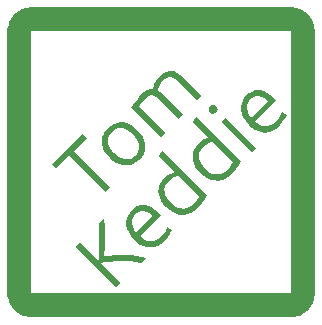
<source format=gtl>
G04 #@! TF.GenerationSoftware,KiCad,Pcbnew,9.0.2-9.0.2-0~ubuntu24.04.1*
G04 #@! TF.CreationDate,2025-07-24T13:16:32-07:00*
G04 #@! TF.ProjectId,2025-mini-keychain,32303235-2d6d-4696-9e69-2d6b65796368,rev?*
G04 #@! TF.SameCoordinates,Original*
G04 #@! TF.FileFunction,Copper,L1,Top*
G04 #@! TF.FilePolarity,Positive*
%FSLAX46Y46*%
G04 Gerber Fmt 4.6, Leading zero omitted, Abs format (unit mm)*
G04 Created by KiCad (PCBNEW 9.0.2-9.0.2-0~ubuntu24.04.1) date 2025-07-24 13:16:32*
%MOMM*%
%LPD*%
G01*
G04 APERTURE LIST*
G04 #@! TA.AperFunction,NonConductor*
%ADD10C,2.000000*%
G04 #@! TD*
%ADD11C,0.150000*%
G04 APERTURE END LIST*
D10*
X52000000Y-75250000D02*
G75*
G02*
X51000000Y-74250000I0J1000000D01*
G01*
X52000000Y-51000000D02*
X74000000Y-51000000D01*
X74000000Y-51000000D02*
G75*
G02*
X75000000Y-52000000I0J-1000000D01*
G01*
X75000000Y-74250000D02*
G75*
G02*
X74000000Y-75250000I-1000000J0D01*
G01*
X51000000Y-52000000D02*
G75*
G02*
X52000000Y-51000000I1000000J0D01*
G01*
X74000000Y-75250000D02*
X52000000Y-75250000D01*
X75000000Y-52000000D02*
X75000000Y-74250000D01*
X51000000Y-74250000D02*
X51000000Y-52000000D01*
D11*
G36*
X58312792Y-65621700D02*
G01*
X55214235Y-62523143D01*
X54120359Y-63617018D01*
X53788764Y-63285423D01*
X56357547Y-60716640D01*
X56689142Y-61048235D01*
X55600232Y-62137145D01*
X58698789Y-65235703D01*
X58312792Y-65621700D01*
G37*
G36*
X59828508Y-59756970D02*
G01*
X60130952Y-59829148D01*
X60417672Y-59952002D01*
X60702275Y-60134141D01*
X60987357Y-60383318D01*
X61236579Y-60668358D01*
X61419677Y-60953848D01*
X61544117Y-61242313D01*
X61617629Y-61546244D01*
X61634105Y-61839037D01*
X61595929Y-62125704D01*
X61503984Y-62399390D01*
X61355833Y-62658874D01*
X61145598Y-62907629D01*
X60903665Y-63111498D01*
X60646645Y-63257608D01*
X60371013Y-63350619D01*
X60082707Y-63390140D01*
X59789063Y-63374473D01*
X59485032Y-63301398D01*
X59196700Y-63176850D01*
X58911280Y-62993679D01*
X58626253Y-62744422D01*
X58377040Y-62459353D01*
X58194829Y-62174819D01*
X58071867Y-61888233D01*
X57999808Y-61585656D01*
X57984454Y-61300916D01*
X58481837Y-61300916D01*
X58506334Y-61508347D01*
X58574225Y-61727401D01*
X58676723Y-61934085D01*
X58820847Y-62143907D01*
X59012250Y-62358425D01*
X59226613Y-62549685D01*
X59436439Y-62693824D01*
X59643274Y-62796450D01*
X59862328Y-62864341D01*
X60069759Y-62888838D01*
X60269548Y-62873088D01*
X60461431Y-62816983D01*
X60641931Y-62719402D01*
X60814003Y-62576034D01*
X60960588Y-62400541D01*
X61059564Y-62218455D01*
X61115807Y-62026829D01*
X61131651Y-61826902D01*
X61107149Y-61619474D01*
X61039169Y-61400555D01*
X60936543Y-61193720D01*
X60792404Y-60983894D01*
X60601144Y-60769531D01*
X60386626Y-60578128D01*
X60176804Y-60434004D01*
X59970120Y-60331506D01*
X59751201Y-60263526D01*
X59543773Y-60239024D01*
X59343845Y-60254868D01*
X59152082Y-60311001D01*
X58969928Y-60409906D01*
X58794425Y-60556456D01*
X58651093Y-60728539D01*
X58553581Y-60909107D01*
X58497587Y-61101127D01*
X58481837Y-61300916D01*
X57984454Y-61300916D01*
X57983966Y-61291866D01*
X58022430Y-61002037D01*
X58114108Y-60724766D01*
X58259370Y-60466931D01*
X58462830Y-60224861D01*
X58708302Y-60018184D01*
X58967811Y-59871425D01*
X59244971Y-59779496D01*
X59534793Y-59741054D01*
X59828508Y-59756970D01*
G37*
G36*
X62951237Y-60983255D02*
G01*
X60476364Y-58508381D01*
X60778383Y-58028475D01*
X60994234Y-57740621D01*
X61317872Y-57389679D01*
X61573258Y-57171399D01*
X61810300Y-57035848D01*
X62058038Y-56963147D01*
X62302727Y-56959210D01*
X62359720Y-56699288D01*
X62421525Y-56515244D01*
X62527892Y-56288464D01*
X62670403Y-56065693D01*
X62872009Y-55835543D01*
X63152470Y-55594583D01*
X63398739Y-55453578D01*
X63619393Y-55390394D01*
X63849357Y-55384320D01*
X64076070Y-55431772D01*
X64305035Y-55536331D01*
X64631646Y-55761165D01*
X64985495Y-56078195D01*
X66420896Y-57513596D01*
X66049795Y-57884697D01*
X64718233Y-56553136D01*
X64393649Y-56253410D01*
X64136647Y-56060924D01*
X63960966Y-55968108D01*
X63800153Y-55923370D01*
X63649185Y-55919737D01*
X63502958Y-55956904D01*
X63343060Y-56044663D01*
X63164097Y-56196714D01*
X62998600Y-56384657D01*
X62886689Y-56558317D01*
X62805481Y-56734113D01*
X62760613Y-56877391D01*
X62718516Y-57087876D01*
X62885516Y-57178447D01*
X63067598Y-57303111D01*
X63421429Y-57612470D01*
X64871726Y-59062767D01*
X64500408Y-59434084D01*
X63168847Y-58102523D01*
X62844319Y-57802734D01*
X62587476Y-57610095D01*
X62411809Y-57517728D01*
X62250144Y-57473791D01*
X62097423Y-57471499D01*
X61949837Y-57510533D01*
X61785930Y-57602049D01*
X61599815Y-57760997D01*
X61352414Y-58033440D01*
X61186616Y-58253640D01*
X61100047Y-58389430D01*
X63322555Y-60611937D01*
X62951237Y-60983255D01*
G37*
G36*
X59205185Y-73729307D02*
G01*
X55775032Y-70299155D01*
X56161030Y-69913157D01*
X57725096Y-71477224D01*
X57747332Y-70692924D01*
X57757263Y-69821623D01*
X57749707Y-68997601D01*
X57725096Y-68349091D01*
X58185573Y-67888614D01*
X58205434Y-68596708D01*
X58212558Y-69450522D01*
X58207809Y-70326572D01*
X58185357Y-71105907D01*
X58556012Y-71040344D01*
X59009380Y-70994727D01*
X59481285Y-70974451D01*
X59977180Y-70977673D01*
X60471637Y-71003251D01*
X60935049Y-71049130D01*
X61376932Y-71119317D01*
X61729496Y-71204997D01*
X61288880Y-71645612D01*
X60877210Y-71569518D01*
X60437656Y-71517162D01*
X59991217Y-71488627D01*
X59541529Y-71482405D01*
X59096072Y-71497999D01*
X58678000Y-71534217D01*
X58274612Y-71594373D01*
X57923060Y-71675188D01*
X59591182Y-73343310D01*
X59205185Y-73729307D01*
G37*
G36*
X61689752Y-66753302D02*
G01*
X61964375Y-66827337D01*
X62223372Y-66949926D01*
X62501670Y-67139442D01*
X62803294Y-67408924D01*
X62882307Y-67493118D01*
X62961751Y-67586811D01*
X61174678Y-69373884D01*
X61417511Y-69567773D01*
X61648035Y-69700440D01*
X61869434Y-69780712D01*
X62085485Y-69814499D01*
X62300271Y-69799426D01*
X62519993Y-69728785D01*
X62750427Y-69594681D01*
X62996292Y-69383814D01*
X63224030Y-69129917D01*
X63362645Y-68923337D01*
X63511172Y-68611603D01*
X63887238Y-68859004D01*
X63838507Y-68983485D01*
X63711510Y-69222982D01*
X63543308Y-69471255D01*
X63308242Y-69735054D01*
X62990417Y-70009881D01*
X62691045Y-70190382D01*
X62404775Y-70292246D01*
X62104067Y-70332335D01*
X61810708Y-70311038D01*
X61518795Y-70227914D01*
X61242235Y-70094042D01*
X60969800Y-69910227D01*
X60699737Y-69670937D01*
X60422880Y-69353994D01*
X60232539Y-69051862D01*
X60115560Y-68760346D01*
X60052901Y-68452219D01*
X60049234Y-68283416D01*
X60536835Y-68283416D01*
X60593308Y-68559792D01*
X60710718Y-68821412D01*
X60882806Y-69062150D01*
X62293596Y-67651359D01*
X62027283Y-67434824D01*
X61776342Y-67302494D01*
X61516994Y-67238431D01*
X61273768Y-67250682D01*
X61119923Y-67299626D01*
X60968917Y-67385170D01*
X60818473Y-67512547D01*
X60690004Y-67667280D01*
X60602074Y-67831431D01*
X60551210Y-68007781D01*
X60536835Y-68283416D01*
X60049234Y-68283416D01*
X60046649Y-68164420D01*
X60093324Y-67891420D01*
X60188167Y-67630325D01*
X60320626Y-67399780D01*
X60491843Y-67195848D01*
X60718746Y-67001108D01*
X60948860Y-66863039D01*
X61184825Y-66775309D01*
X61431891Y-66737242D01*
X61689752Y-66753302D01*
G37*
G36*
X66847199Y-65928835D02*
G01*
X66676437Y-66223514D01*
X66416514Y-66592241D01*
X66040448Y-67012780D01*
X65775056Y-67240649D01*
X65501280Y-67406140D01*
X65216209Y-67515354D01*
X64917160Y-67569685D01*
X64617094Y-67565037D01*
X64310583Y-67500458D01*
X64019532Y-67380901D01*
X63729297Y-67198243D01*
X63436908Y-66943697D01*
X63191685Y-66666305D01*
X63006538Y-66388988D01*
X62874967Y-66109744D01*
X62792048Y-65814538D01*
X62767240Y-65526600D01*
X62778232Y-65425556D01*
X63273961Y-65425556D01*
X63285791Y-65659198D01*
X63351453Y-65888823D01*
X63469075Y-66119675D01*
X63624589Y-66337804D01*
X63817940Y-66552735D01*
X64043635Y-66751446D01*
X64262281Y-66894062D01*
X64476165Y-66988169D01*
X64702037Y-67042830D01*
X64919286Y-67053021D01*
X65132015Y-67020551D01*
X65335142Y-66947541D01*
X65528305Y-66834154D01*
X65713818Y-66676219D01*
X65915728Y-66461956D01*
X66050162Y-66295403D01*
X66223516Y-66037856D01*
X64486096Y-64300436D01*
X64323832Y-64332943D01*
X64087793Y-64416796D01*
X63853889Y-64544221D01*
X63624941Y-64735870D01*
X63433312Y-64968390D01*
X63322922Y-65191597D01*
X63273961Y-65425556D01*
X62778232Y-65425556D01*
X62798328Y-65240819D01*
X62885630Y-64967480D01*
X63034767Y-64703153D01*
X63253624Y-64443997D01*
X63500270Y-64232623D01*
X63738927Y-64092541D01*
X63977368Y-63995935D01*
X64139605Y-63953945D01*
X62783433Y-62597773D01*
X63085452Y-62167087D01*
X66847199Y-65928835D01*
G37*
G36*
X69741748Y-63034286D02*
G01*
X69570985Y-63328966D01*
X69311063Y-63697692D01*
X68934996Y-64118231D01*
X68669605Y-64346100D01*
X68395829Y-64511591D01*
X68110758Y-64620805D01*
X67811709Y-64675136D01*
X67511643Y-64670488D01*
X67205132Y-64605909D01*
X66914081Y-64486352D01*
X66623846Y-64303694D01*
X66331457Y-64049149D01*
X66086234Y-63771756D01*
X65901086Y-63494440D01*
X65769515Y-63215196D01*
X65686597Y-62919989D01*
X65661789Y-62632051D01*
X65672781Y-62531008D01*
X66168510Y-62531008D01*
X66180339Y-62764649D01*
X66246002Y-62994274D01*
X66363623Y-63225126D01*
X66519138Y-63443255D01*
X66712489Y-63658186D01*
X66938184Y-63856897D01*
X67156830Y-63999514D01*
X67370714Y-64093620D01*
X67596586Y-64148281D01*
X67813835Y-64158472D01*
X68026564Y-64126003D01*
X68229690Y-64052992D01*
X68422854Y-63939605D01*
X68608367Y-63781671D01*
X68810277Y-63567407D01*
X68944711Y-63400854D01*
X69118065Y-63143307D01*
X67380644Y-61405887D01*
X67218380Y-61438394D01*
X66982342Y-61522247D01*
X66748438Y-61649673D01*
X66519490Y-61841321D01*
X66327861Y-62073841D01*
X66217471Y-62297049D01*
X66168510Y-62531008D01*
X65672781Y-62531008D01*
X65692877Y-62346270D01*
X65780179Y-62072931D01*
X65929316Y-61808604D01*
X66148173Y-61549448D01*
X66394819Y-61338074D01*
X66633476Y-61197992D01*
X66871917Y-61101386D01*
X67034153Y-61059396D01*
X65677981Y-59703224D01*
X65980001Y-59272539D01*
X69741748Y-63034286D01*
G37*
G36*
X70651476Y-62283016D02*
G01*
X68087443Y-59718983D01*
X68458760Y-59347666D01*
X71022793Y-61911699D01*
X70651476Y-62283016D01*
G37*
G36*
X67661723Y-58917197D02*
G01*
X67542041Y-58999576D01*
X67401801Y-59028592D01*
X67260341Y-59000602D01*
X67127199Y-58907266D01*
X67037941Y-58778620D01*
X67010838Y-58637629D01*
X67039854Y-58497389D01*
X67122233Y-58377707D01*
X67241886Y-58295371D01*
X67381940Y-58266528D01*
X67523116Y-58293480D01*
X67651792Y-58382672D01*
X67745061Y-58515845D01*
X67772902Y-58657490D01*
X67744059Y-58797544D01*
X67661723Y-58917197D01*
G37*
G36*
X71413087Y-57029967D02*
G01*
X71687711Y-57104002D01*
X71946707Y-57226591D01*
X72225005Y-57416107D01*
X72526629Y-57685589D01*
X72605642Y-57769783D01*
X72685086Y-57863476D01*
X70898013Y-59650548D01*
X71140846Y-59844438D01*
X71371370Y-59977105D01*
X71592769Y-60057377D01*
X71808820Y-60091164D01*
X72023606Y-60076091D01*
X72243328Y-60005450D01*
X72473762Y-59871346D01*
X72719628Y-59660479D01*
X72947365Y-59406582D01*
X73085980Y-59200002D01*
X73234507Y-58888268D01*
X73610573Y-59135669D01*
X73561842Y-59260150D01*
X73434845Y-59499647D01*
X73266643Y-59747920D01*
X73031577Y-60011719D01*
X72713753Y-60286546D01*
X72414380Y-60467047D01*
X72128110Y-60568911D01*
X71827402Y-60609000D01*
X71534043Y-60587703D01*
X71242130Y-60504579D01*
X70965570Y-60370707D01*
X70693136Y-60186892D01*
X70423073Y-59947602D01*
X70146215Y-59630659D01*
X69955874Y-59328527D01*
X69838895Y-59037011D01*
X69776236Y-58728884D01*
X69772569Y-58560081D01*
X70260170Y-58560081D01*
X70316643Y-58836457D01*
X70434053Y-59098077D01*
X70606141Y-59338815D01*
X72016931Y-57928024D01*
X71750618Y-57711489D01*
X71499677Y-57579159D01*
X71240329Y-57515096D01*
X70997103Y-57527347D01*
X70843258Y-57576291D01*
X70692252Y-57661835D01*
X70541808Y-57789212D01*
X70413339Y-57943945D01*
X70325409Y-58108096D01*
X70274546Y-58284446D01*
X70260170Y-58560081D01*
X69772569Y-58560081D01*
X69769984Y-58441085D01*
X69816659Y-58168085D01*
X69911502Y-57906990D01*
X70043961Y-57676445D01*
X70215178Y-57472513D01*
X70442081Y-57277773D01*
X70672195Y-57139704D01*
X70908160Y-57051974D01*
X71155226Y-57013907D01*
X71413087Y-57029967D01*
G37*
M02*

</source>
